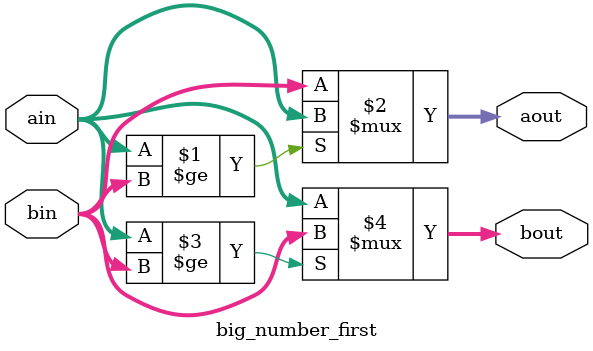
<source format=v>
module big_number_first(input [7:0] ain,
    input [7:0] bin,
    output [7:0] aout,
    output [7:0] bout
);

    assign aout = (ain >= bin) ? ain : bin;
    assign bout = (ain >= bin) ? bin : ain;

endmodule

</source>
